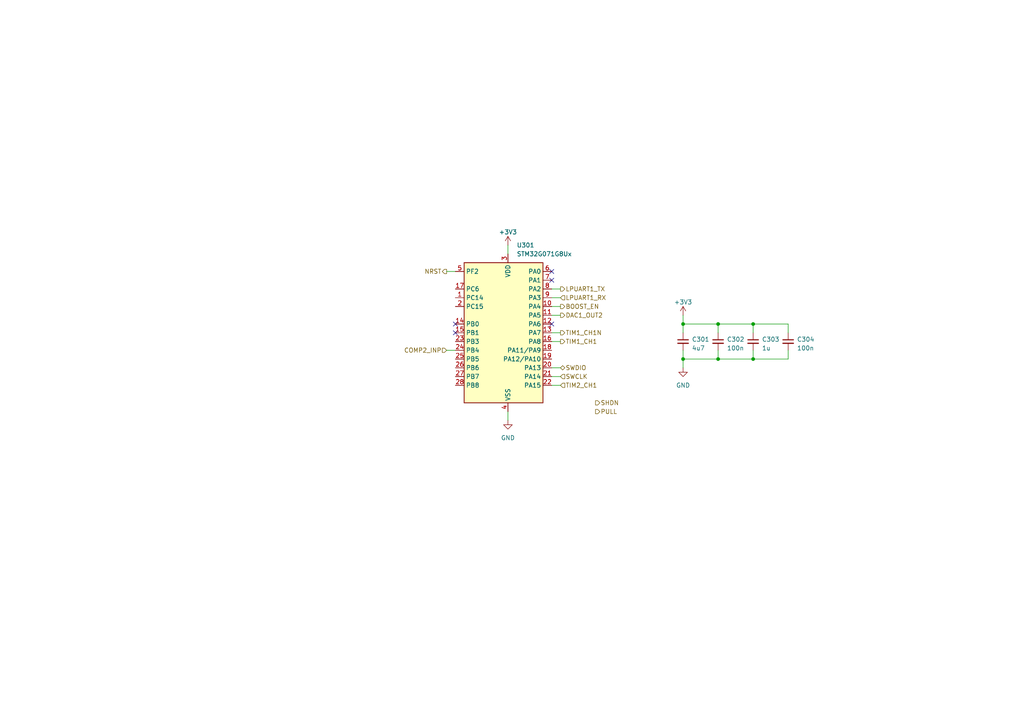
<source format=kicad_sch>
(kicad_sch (version 20230121) (generator eeschema)
  (paper "A4")
  (lib_symbols
    (symbol "Device:C_Small" (pin_numbers hide) (pin_names (offset 0.254) hide)
      (property "Reference" "C" (at 0.254 1.778 0))
      (property "Value" "C_Small" (at 0.254 -2.032 0))
      (symbol "C_Small_0_1"
        (polyline (pts (xy -1.524 -0.508) (xy 1.524 -0.508)) (stroke (width 0.3302)))
        (polyline (pts (xy -1.524 0.508) (xy 1.524 0.508)) (stroke (width 0.3048)))
      )
      (symbol "C_Small_1_1"
        (pin passive line (at 0 2.54 270) (length 2.032) (name "~") (number "1"))
        (pin passive line (at 0 -2.54 90) (length 2.032) (name "~") (number "2"))
      )
    )
    (symbol "MCU_ST_STM32G0:STM32G071G8Ux"
      (property "Reference" "U" (at -10.16 21.59 0))
      (property "Value" "STM32G071G8Ux" (at 5.08 21.59 0))
      (symbol "STM32G071G8Ux_0_1"
        (rectangle (start -10.16 -20.32) (end 12.7 20.32) (stroke (width 0.254)) (fill (type background)))
      )
      (symbol "STM32G071G8Ux_1_1"
        (pin bidirectional line (at -12.7 10.16 0) (length 2.54) (name "PC14") (number "1"))
        (pin bidirectional line (at 15.24 7.62 180) (length 2.54) (name "PA4") (number "10"))
        (pin bidirectional line (at 15.24 5.08 180) (length 2.54) (name "PA5") (number "11"))
        (pin bidirectional line (at 15.24 2.54 180) (length 2.54) (name "PA6") (number "12"))
        (pin bidirectional line (at 15.24 0 180) (length 2.54) (name "PA7") (number "13"))
        (pin bidirectional line (at -12.7 2.54 0) (length 2.54) (name "PB0") (number "14"))
        (pin bidirectional line (at -12.7 0 0) (length 2.54) (name "PB1") (number "15"))
        (pin bidirectional line (at 15.24 -2.54 180) (length 2.54) (name "PA8") (number "16"))
        (pin bidirectional line (at -12.7 12.7 0) (length 2.54) (name "PC6") (number "17"))
        (pin bidirectional line (at 15.24 -5.08 180) (length 2.54) (name "PA11/PA9") (number "18"))
        (pin bidirectional line (at 15.24 -7.62 180) (length 2.54) (name "PA12/PA10") (number "19"))
        (pin bidirectional line (at -12.7 7.62 0) (length 2.54) (name "PC15") (number "2"))
        (pin bidirectional line (at 15.24 -10.16 180) (length 2.54) (name "PA13") (number "20"))
        (pin bidirectional line (at 15.24 -12.7 180) (length 2.54) (name "PA14") (number "21"))
        (pin bidirectional line (at 15.24 -15.24 180) (length 2.54) (name "PA15") (number "22"))
        (pin bidirectional line (at -12.7 -2.54 0) (length 2.54) (name "PB3") (number "23"))
        (pin bidirectional line (at -12.7 -5.08 0) (length 2.54) (name "PB4") (number "24"))
        (pin bidirectional line (at -12.7 -7.62 0) (length 2.54) (name "PB5") (number "25"))
        (pin bidirectional line (at -12.7 -10.16 0) (length 2.54) (name "PB6") (number "26"))
        (pin bidirectional line (at -12.7 -12.7 0) (length 2.54) (name "PB7") (number "27"))
        (pin bidirectional line (at -12.7 -15.24 0) (length 2.54) (name "PB8") (number "28"))
        (pin power_in line (at 2.54 22.86 270) (length 2.54) (name "VDD") (number "3"))
        (pin power_in line (at 2.54 -22.86 90) (length 2.54) (name "VSS") (number "4"))
        (pin bidirectional line (at -12.7 17.78 0) (length 2.54) (name "PF2") (number "5"))
        (pin bidirectional line (at 15.24 17.78 180) (length 2.54) (name "PA0") (number "6"))
        (pin bidirectional line (at 15.24 15.24 180) (length 2.54) (name "PA1") (number "7"))
        (pin bidirectional line (at 15.24 12.7 180) (length 2.54) (name "PA2") (number "8"))
        (pin bidirectional line (at 15.24 10.16 180) (length 2.54) (name "PA3") (number "9"))
      )
    )
    (symbol "power:+3V3" (power) (pin_names (offset 0))
      (property "Value" "+3V3" (at 0 3.556 0))
      (symbol "+3V3_0_1"
        (polyline (pts (xy -0.762 1.27) (xy 0 2.54)))
        (polyline (pts (xy 0 0) (xy 0 2.54)))
        (polyline (pts (xy 0 2.54) (xy 0.762 1.27)))
      )
      (symbol "+3V3_1_1"
        (pin power_in line (at 0 0 90) (length 0) hide (name "+3V3") (number "1"))
      )
    )
    (symbol "power:GND" (power) (pin_names (offset 0))
      (property "Value" "GND" (at 0 -3.81 0))
      (symbol "GND_0_1"
        (polyline (pts (xy 0 0) (xy 0 -1.27) (xy 1.27 -1.27) (xy 0 -2.54) (xy -1.27 -1.27) (xy 0 -1.27)))
      )
      (symbol "GND_1_1"
        (pin power_in line (at 0 0 270) (length 0) hide (name "GND") (number "1"))
      )
    )
  )
  (junction (at 218.44 104.14))
  (junction (at 208.28 104.14))
  (junction (at 198.12 104.14))
  (junction (at 198.12 93.98))
  (junction (at 218.44 93.98))
  (junction (at 208.28 93.98))
  (no_connect (at 132.08 93.98))
  (no_connect (at 132.08 96.52))
  (no_connect (at 160.02 78.74))
  (no_connect (at 160.02 93.98))
  (no_connect (at 160.02 81.28))
  (wire (pts (xy 198.12 104.14) (xy 208.28 104.14)))
  (wire (pts (xy 198.12 91.44) (xy 198.12 93.98)))
  (wire (pts (xy 208.28 93.98) (xy 218.44 93.98)))
  (wire (pts (xy 208.28 104.14) (xy 208.28 101.6)))
  (wire (pts (xy 198.12 93.98) (xy 208.28 93.98)))
  (wire (pts (xy 218.44 104.14) (xy 228.6 104.14)))
  (wire (pts (xy 147.32 71.12) (xy 147.32 73.66)))
  (wire (pts (xy 198.12 93.98) (xy 198.12 96.52)))
  (wire (pts (xy 198.12 106.68) (xy 198.12 104.14)))
  (wire (pts (xy 162.56 88.9) (xy 160.02 88.9)))
  (wire (pts (xy 162.56 83.82) (xy 160.02 83.82)))
  (wire (pts (xy 218.44 104.14) (xy 218.44 101.6)))
  (wire (pts (xy 228.6 104.14) (xy 228.6 101.6)))
  (wire (pts (xy 162.56 91.44) (xy 160.02 91.44)))
  (wire (pts (xy 162.56 109.22) (xy 160.02 109.22)))
  (wire (pts (xy 218.44 93.98) (xy 228.6 93.98)))
  (wire (pts (xy 218.44 93.98) (xy 218.44 96.52)))
  (wire (pts (xy 129.54 78.74) (xy 132.08 78.74)))
  (wire (pts (xy 162.56 106.68) (xy 160.02 106.68)))
  (wire (pts (xy 129.54 101.6) (xy 132.08 101.6)))
  (wire (pts (xy 147.32 121.92) (xy 147.32 119.38)))
  (wire (pts (xy 208.28 104.14) (xy 218.44 104.14)))
  (wire (pts (xy 208.28 93.98) (xy 208.28 96.52)))
  (wire (pts (xy 162.56 96.52) (xy 160.02 96.52)))
  (wire (pts (xy 228.6 93.98) (xy 228.6 96.52)))
  (wire (pts (xy 198.12 104.14) (xy 198.12 101.6)))
  (wire (pts (xy 162.56 111.76) (xy 160.02 111.76)))
  (wire (pts (xy 162.56 99.06) (xy 160.02 99.06)))
  (wire (pts (xy 162.56 86.36) (xy 160.02 86.36)))
  (hierarchical_label "BOOST_EN" (shape output) (at 162.56 88.9 0))
  (hierarchical_label "NRST" (shape output) (at 129.54 78.74 180))
  (hierarchical_label "COMP2_INP" (shape input) (at 129.54 101.6 180))
  (hierarchical_label "DAC1_OUT2" (shape output) (at 162.56 91.44 0))
  (hierarchical_label "TIM2_CH1" (shape input) (at 162.56 111.76 0))
  (hierarchical_label "SWCLK" (shape input) (at 162.56 109.22 0))
  (hierarchical_label "PULL" (shape output) (at 172.72 119.38 0))
  (hierarchical_label "TIM1_CH1" (shape output) (at 162.56 99.06 0))
  (hierarchical_label "LPUART1_TX" (shape output) (at 162.56 83.82 0))
  (hierarchical_label "SWDIO" (shape bidirectional) (at 162.56 106.68 0))
  (hierarchical_label "SHDN" (shape output) (at 172.72 116.84 0))
  (hierarchical_label "LPUART1_RX" (shape input) (at 162.56 86.36 0))
  (hierarchical_label "TIM1_CH1N" (shape output) (at 162.56 96.52 0))
  (symbol (lib_id "Device:C_Small") (at 228.6 99.06 0) (unit 1)
    (property "Reference" "C304" (at 231.14 98.4313 0) (effects (justify left)))
    (property "Value" "100n" (at 231.14 100.9713 0) (effects (justify left)))
    (property "Footprint" "Capacitor_SMD:C_0402_1005Metric" (effects hide))
  )
  (symbol (lib_id "power:+3V3") (at 198.12 91.44 0) (unit 1)
    (property "Reference" "#PWR0303" (effects hide))
    (property "Value" "+3V3" (at 198.12 87.63 0))
  )
  (symbol (lib_id "Device:C_Small") (at 218.44 99.06 0) (unit 1)
    (property "Reference" "C303" (at 220.98 98.4313 0) (effects (justify left)))
    (property "Value" "1u" (at 220.98 100.9713 0) (effects (justify left)))
    (property "Footprint" "Capacitor_SMD:C_0402_1005Metric" (effects hide))
  )
  (symbol (lib_id "power:GND") (at 198.12 106.68 0) (unit 1)
    (property "Reference" "#PWR0304" (effects hide))
    (property "Value" "GND" (at 198.12 111.76 0))
  )
  (symbol (lib_id "power:+3V3") (at 147.32 71.12 0) (unit 1)
    (property "Reference" "#PWR0301" (effects hide))
    (property "Value" "+3V3" (at 147.32 67.31 0))
  )
  (symbol (lib_id "Device:C_Small") (at 198.12 99.06 0) (unit 1)
    (property "Reference" "C301" (at 200.66 98.4313 0) (effects (justify left)))
    (property "Value" "4u7" (at 200.66 100.9713 0) (effects (justify left)))
    (property "Footprint" "Capacitor_SMD:C_0402_1005Metric" (effects hide))
  )
  (symbol (lib_id "MCU_ST_STM32G0:STM32G071G8Ux") (at 144.78 96.52 0) (unit 1)
    (property "Reference" "U301" (at 149.86 71.12 0) (effects (justify left)))
    (property "Value" "STM32G071G8Ux" (at 149.86 73.66 0) (effects (justify left)))
    (property "Footprint" "Package_DFN_QFN:QFN-28_4x4mm_P0.5mm" (effects hide))
    (property "Datasheet" "https://www.st.com/resource/en/datasheet/stm32g071g8.pdf" (effects hide))
  )
  (symbol (lib_id "Device:C_Small") (at 208.28 99.06 0) (unit 1)
    (property "Reference" "C302" (at 210.82 98.4313 0) (effects (justify left)))
    (property "Value" "100n" (at 210.82 100.9713 0) (effects (justify left)))
    (property "Footprint" "Capacitor_SMD:C_0402_1005Metric" (effects hide))
  )
  (symbol (lib_id "power:GND") (at 147.32 121.92 0) (unit 1)
    (property "Reference" "#PWR0302" (effects hide))
    (property "Value" "GND" (at 147.32 127 0))
  )
)
</source>
